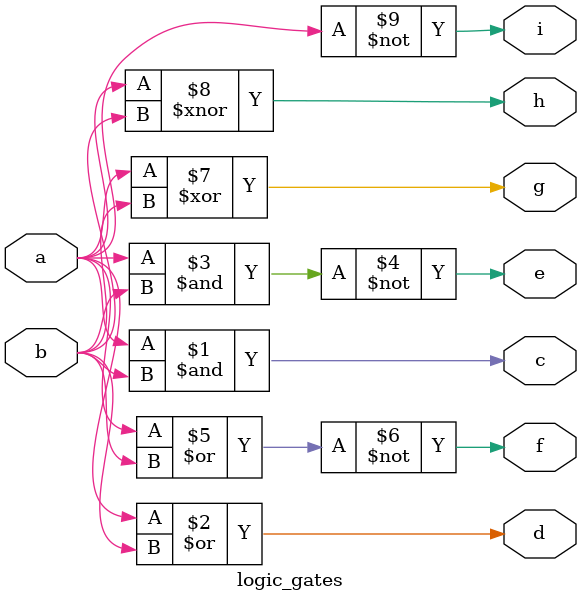
<source format=v>
module logic_gates (
    input a,b,
    output c,d,e,f,g,h,i
);
    assign c = a & b;
    assign d = a | b;
    assign e = a ~& b;
    assign f = a ~| b;
    assign g = a ^ b;
    assign h = a ~^ b;
    assign i =~ a;
endmodule
</source>
